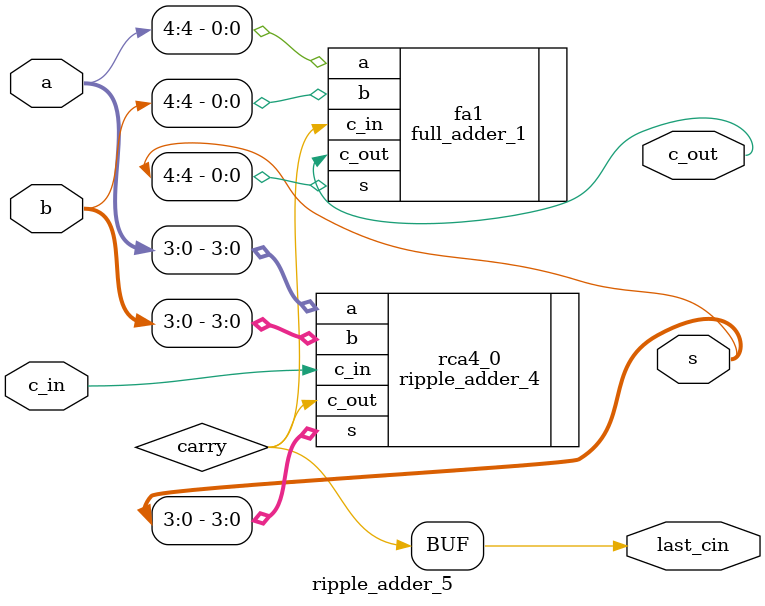
<source format=v>


module ripple_adder_5(
	input [4:0]a, b,
	input c_in,
	output [4:0] s,
	output c_out, last_cin
	);
	
	wire carry;
	
	ripple_adder_4 rca4_0(
		.a(a[3:0]),
		.b(b[3:0]),
		.c_in(c_in),
		.s(s[3:0]),
		.c_out(carry)
	);
	
	full_adder_1 fa1(
		.a(a[4]),
		.b(b[4]),
		.c_in(carry),
		.s(s[4]),
		.c_out(c_out)
	);
	
	assign last_cin = carry;
	
endmodule
</source>
